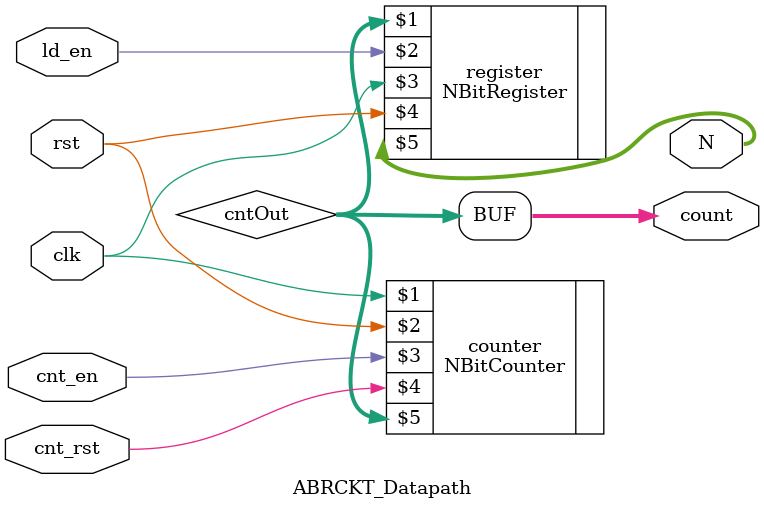
<source format=v>
module ABRCKT_Datapath (input cnt_en, cnt_rst, ld_en, clk, rst, output [7:0] count, N);
    wire [7:0] cntOut;
    assign count = cntOut;
    NBitCounter #(.N(8)) counter(clk, rst, cnt_en, cnt_rst, cntOut);
    NBitRegister #(.N(8)) register(cntOut, ld_en, clk, rst, N);
endmodule
</source>
